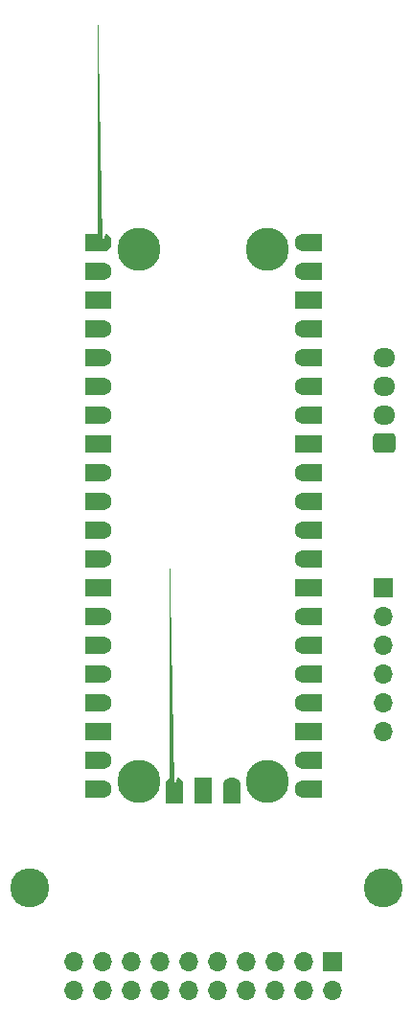
<source format=gbs>
G04 #@! TF.GenerationSoftware,KiCad,Pcbnew,6.0.2+dfsg-1*
G04 #@! TF.CreationDate,2023-02-11T22:05:12+01:00*
G04 #@! TF.ProjectId,pico_probe_pcb,7069636f-5f70-4726-9f62-655f7063622e,rev?*
G04 #@! TF.SameCoordinates,Original*
G04 #@! TF.FileFunction,Soldermask,Bot*
G04 #@! TF.FilePolarity,Negative*
%FSLAX46Y46*%
G04 Gerber Fmt 4.6, Leading zero omitted, Abs format (unit mm)*
G04 Created by KiCad (PCBNEW 6.0.2+dfsg-1) date 2023-02-11 22:05:12*
%MOMM*%
%LPD*%
G01*
G04 APERTURE LIST*
G04 Aperture macros list*
%AMRoundRect*
0 Rectangle with rounded corners*
0 $1 Rounding radius*
0 $2 $3 $4 $5 $6 $7 $8 $9 X,Y pos of 4 corners*
0 Add a 4 corners polygon primitive as box body*
4,1,4,$2,$3,$4,$5,$6,$7,$8,$9,$2,$3,0*
0 Add four circle primitives for the rounded corners*
1,1,$1+$1,$2,$3*
1,1,$1+$1,$4,$5*
1,1,$1+$1,$6,$7*
1,1,$1+$1,$8,$9*
0 Add four rect primitives between the rounded corners*
20,1,$1+$1,$2,$3,$4,$5,0*
20,1,$1+$1,$4,$5,$6,$7,0*
20,1,$1+$1,$6,$7,$8,$9,0*
20,1,$1+$1,$8,$9,$2,$3,0*%
%AMFreePoly0*
4,1,57,0.281438,0.792513,0.314631,0.788760,0.324366,0.782642,0.335575,0.780064,0.361670,0.759195,0.389950,0.741421,0.741668,0.389704,0.759398,0.361385,0.780215,0.335261,0.782772,0.324050,0.788875,0.314303,0.792571,0.281098,0.800000,0.248529,0.800000,-0.248878,0.792513,-0.281438,0.788760,-0.314632,0.782641,-0.324367,0.780064,-0.335575,0.759196,-0.361669,0.741421,-0.389950,
0.389704,-0.741668,0.361385,-0.759398,0.335261,-0.780215,0.324050,-0.782772,0.314303,-0.788875,0.281098,-0.792571,0.248529,-0.800000,-0.248878,-0.800000,-0.281438,-0.792513,-0.314632,-0.788760,-0.324367,-0.782641,-0.335575,-0.780064,-0.361669,-0.759196,-0.389950,-0.741421,-0.741668,-0.389704,-0.759398,-0.361385,-0.780215,-0.335261,-0.782772,-0.324050,-0.788875,-0.314303,-0.792571,-0.281098,
-0.800000,-0.248529,-0.800000,0.248878,-0.792513,0.281438,-0.788760,0.314631,-0.782642,0.324366,-0.780064,0.335575,-0.759195,0.361670,-0.741421,0.389950,-0.389704,0.741668,-0.361385,0.759398,-0.335261,0.780215,-0.324050,0.782772,-0.314303,0.788875,-0.281098,0.792571,-0.248529,0.800000,0.248878,0.800000,0.281438,0.792513,0.281438,0.792513,$1*%
G04 Aperture macros list end*
%ADD10C,3.450000*%
%ADD11C,3.800000*%
%ADD12R,1.600000X1.600000*%
%ADD13FreePoly0,0.000000*%
%ADD14C,1.600000*%
%ADD15RoundRect,0.200000X-0.600000X-0.600000X0.600000X-0.600000X0.600000X0.600000X-0.600000X0.600000X0*%
%ADD16C,3.000000*%
%ADD17R,1.700000X1.700000*%
%ADD18O,1.700000X1.700000*%
%ADD19RoundRect,0.250000X0.725000X-0.600000X0.725000X0.600000X-0.725000X0.600000X-0.725000X-0.600000X0*%
%ADD20O,1.950000X1.700000*%
G04 APERTURE END LIST*
D10*
G04 #@! TO.C,REF\u002A\u002A*
X132588000Y-117348000D03*
G04 #@! TD*
G04 #@! TO.C,REF\u002A\u002A*
X163830000Y-117348000D03*
G04 #@! TD*
D11*
G04 #@! TO.C,A101*
X153655000Y-107955000D03*
X142255000Y-60955000D03*
X153655000Y-60955000D03*
X142255000Y-107955000D03*
D12*
X138265000Y-60325000D03*
D13*
X139065000Y-60325000D03*
D12*
X138265000Y-62865000D03*
D14*
X139065000Y-62865000D03*
D12*
X138265000Y-65405000D03*
D15*
X139065000Y-65405000D03*
D12*
X138265000Y-67945000D03*
D14*
X139065000Y-67945000D03*
X139065000Y-70485000D03*
D12*
X138265000Y-70485000D03*
D14*
X139065000Y-73025000D03*
D12*
X138265000Y-73025000D03*
X138265000Y-75565000D03*
D14*
X139065000Y-75565000D03*
D12*
X138265000Y-78105000D03*
D15*
X139065000Y-78105000D03*
D12*
X138265000Y-80645000D03*
D14*
X139065000Y-80645000D03*
D12*
X138265000Y-83185000D03*
D14*
X139065000Y-83185000D03*
X139065000Y-85725000D03*
D12*
X138265000Y-85725000D03*
D14*
X139065000Y-88265000D03*
D12*
X138265000Y-88265000D03*
X138265000Y-90805000D03*
D15*
X139065000Y-90805000D03*
D14*
X139065000Y-93345000D03*
D12*
X138265000Y-93345000D03*
D14*
X139065000Y-95885000D03*
D12*
X138265000Y-95885000D03*
D14*
X139065000Y-98425000D03*
D12*
X138265000Y-98425000D03*
D14*
X139065000Y-100965000D03*
D12*
X138265000Y-100965000D03*
D15*
X139065000Y-103505000D03*
D12*
X138265000Y-103505000D03*
D14*
X139065000Y-106045000D03*
D12*
X138265000Y-106045000D03*
D14*
X139065000Y-108585000D03*
D12*
X138265000Y-108585000D03*
X157645000Y-108585000D03*
D14*
X156845000Y-108585000D03*
X156845000Y-106045000D03*
D12*
X157645000Y-106045000D03*
X157645000Y-103505000D03*
D15*
X156845000Y-103505000D03*
D12*
X157645000Y-100965000D03*
D14*
X156845000Y-100965000D03*
D12*
X157645000Y-98425000D03*
D14*
X156845000Y-98425000D03*
X156845000Y-95885000D03*
D12*
X157645000Y-95885000D03*
D14*
X156845000Y-93345000D03*
D12*
X157645000Y-93345000D03*
X157645000Y-90805000D03*
D15*
X156845000Y-90805000D03*
D14*
X156845000Y-88265000D03*
D12*
X157645000Y-88265000D03*
X157645000Y-85725000D03*
D14*
X156845000Y-85725000D03*
X156845000Y-83185000D03*
D12*
X157645000Y-83185000D03*
D14*
X156845000Y-80645000D03*
D12*
X157645000Y-80645000D03*
D15*
X156845000Y-78105000D03*
D12*
X157645000Y-78105000D03*
D14*
X156845000Y-75565000D03*
D12*
X157645000Y-75565000D03*
X157645000Y-73025000D03*
D14*
X156845000Y-73025000D03*
X156845000Y-70485000D03*
D12*
X157645000Y-70485000D03*
D14*
X156845000Y-67945000D03*
D12*
X157645000Y-67945000D03*
D15*
X156845000Y-65405000D03*
D12*
X157645000Y-65405000D03*
X157645000Y-62865000D03*
D14*
X156845000Y-62865000D03*
D12*
X157645000Y-60325000D03*
D14*
X156845000Y-60325000D03*
D13*
X145415000Y-108355000D03*
D12*
X145415000Y-109155000D03*
X147955000Y-109155000D03*
D15*
X147955000Y-108355000D03*
D14*
X150495000Y-108355000D03*
D12*
X150495000Y-109155000D03*
D16*
X153655000Y-107955000D03*
X142255000Y-107955000D03*
G04 #@! TD*
D17*
G04 #@! TO.C,J103*
X163830000Y-90805000D03*
D18*
X163830000Y-93345000D03*
X163830000Y-95885000D03*
X163830000Y-98425000D03*
X163830000Y-100965000D03*
X163830000Y-103505000D03*
G04 #@! TD*
D19*
G04 #@! TO.C,J101*
X163940000Y-78045000D03*
D20*
X163940000Y-75545000D03*
X163940000Y-73045000D03*
X163940000Y-70545000D03*
G04 #@! TD*
D17*
G04 #@! TO.C,J102*
X159355000Y-123805000D03*
D18*
X159355000Y-126345000D03*
X156815000Y-123805000D03*
X156815000Y-126345000D03*
X154275000Y-123805000D03*
X154275000Y-126345000D03*
X151735000Y-123805000D03*
X151735000Y-126345000D03*
X149195000Y-123805000D03*
X149195000Y-126345000D03*
X146655000Y-123805000D03*
X146655000Y-126345000D03*
X144115000Y-123805000D03*
X144115000Y-126345000D03*
X141575000Y-123805000D03*
X141575000Y-126345000D03*
X139035000Y-123805000D03*
X139035000Y-126345000D03*
X136495000Y-123805000D03*
X136495000Y-126345000D03*
G04 #@! TD*
M02*

</source>
